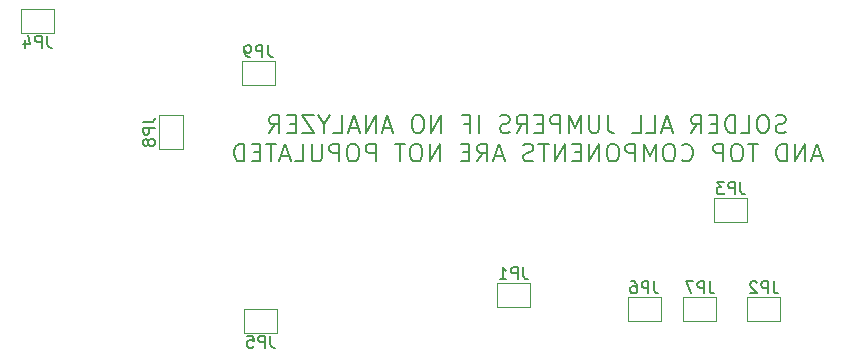
<source format=gbr>
%TF.GenerationSoftware,KiCad,Pcbnew,(6.0.7)*%
%TF.CreationDate,2023-11-11T13:33:03-06:00*%
%TF.ProjectId,Male ECU Connector,4d616c65-2045-4435-9520-436f6e6e6563,rev?*%
%TF.SameCoordinates,Original*%
%TF.FileFunction,Legend,Bot*%
%TF.FilePolarity,Positive*%
%FSLAX46Y46*%
G04 Gerber Fmt 4.6, Leading zero omitted, Abs format (unit mm)*
G04 Created by KiCad (PCBNEW (6.0.7)) date 2023-11-11 13:33:03*
%MOMM*%
%LPD*%
G01*
G04 APERTURE LIST*
%ADD10C,0.200000*%
%ADD11C,0.150000*%
%ADD12C,0.120000*%
G04 APERTURE END LIST*
D10*
X179857142Y-84399642D02*
X179642857Y-84471071D01*
X179285714Y-84471071D01*
X179142857Y-84399642D01*
X179071428Y-84328214D01*
X179000000Y-84185357D01*
X179000000Y-84042500D01*
X179071428Y-83899642D01*
X179142857Y-83828214D01*
X179285714Y-83756785D01*
X179571428Y-83685357D01*
X179714285Y-83613928D01*
X179785714Y-83542500D01*
X179857142Y-83399642D01*
X179857142Y-83256785D01*
X179785714Y-83113928D01*
X179714285Y-83042500D01*
X179571428Y-82971071D01*
X179214285Y-82971071D01*
X179000000Y-83042500D01*
X178071428Y-82971071D02*
X177785714Y-82971071D01*
X177642857Y-83042500D01*
X177500000Y-83185357D01*
X177428571Y-83471071D01*
X177428571Y-83971071D01*
X177500000Y-84256785D01*
X177642857Y-84399642D01*
X177785714Y-84471071D01*
X178071428Y-84471071D01*
X178214285Y-84399642D01*
X178357142Y-84256785D01*
X178428571Y-83971071D01*
X178428571Y-83471071D01*
X178357142Y-83185357D01*
X178214285Y-83042500D01*
X178071428Y-82971071D01*
X176071428Y-84471071D02*
X176785714Y-84471071D01*
X176785714Y-82971071D01*
X175571428Y-84471071D02*
X175571428Y-82971071D01*
X175214285Y-82971071D01*
X175000000Y-83042500D01*
X174857142Y-83185357D01*
X174785714Y-83328214D01*
X174714285Y-83613928D01*
X174714285Y-83828214D01*
X174785714Y-84113928D01*
X174857142Y-84256785D01*
X175000000Y-84399642D01*
X175214285Y-84471071D01*
X175571428Y-84471071D01*
X174071428Y-83685357D02*
X173571428Y-83685357D01*
X173357142Y-84471071D02*
X174071428Y-84471071D01*
X174071428Y-82971071D01*
X173357142Y-82971071D01*
X171857142Y-84471071D02*
X172357142Y-83756785D01*
X172714285Y-84471071D02*
X172714285Y-82971071D01*
X172142857Y-82971071D01*
X172000000Y-83042500D01*
X171928571Y-83113928D01*
X171857142Y-83256785D01*
X171857142Y-83471071D01*
X171928571Y-83613928D01*
X172000000Y-83685357D01*
X172142857Y-83756785D01*
X172714285Y-83756785D01*
X170142857Y-84042500D02*
X169428571Y-84042500D01*
X170285714Y-84471071D02*
X169785714Y-82971071D01*
X169285714Y-84471071D01*
X168071428Y-84471071D02*
X168785714Y-84471071D01*
X168785714Y-82971071D01*
X166857142Y-84471071D02*
X167571428Y-84471071D01*
X167571428Y-82971071D01*
X164785714Y-82971071D02*
X164785714Y-84042500D01*
X164857142Y-84256785D01*
X165000000Y-84399642D01*
X165214285Y-84471071D01*
X165357142Y-84471071D01*
X164071428Y-82971071D02*
X164071428Y-84185357D01*
X164000000Y-84328214D01*
X163928571Y-84399642D01*
X163785714Y-84471071D01*
X163500000Y-84471071D01*
X163357142Y-84399642D01*
X163285714Y-84328214D01*
X163214285Y-84185357D01*
X163214285Y-82971071D01*
X162500000Y-84471071D02*
X162500000Y-82971071D01*
X162000000Y-84042500D01*
X161500000Y-82971071D01*
X161500000Y-84471071D01*
X160785714Y-84471071D02*
X160785714Y-82971071D01*
X160214285Y-82971071D01*
X160071428Y-83042500D01*
X160000000Y-83113928D01*
X159928571Y-83256785D01*
X159928571Y-83471071D01*
X160000000Y-83613928D01*
X160071428Y-83685357D01*
X160214285Y-83756785D01*
X160785714Y-83756785D01*
X159285714Y-83685357D02*
X158785714Y-83685357D01*
X158571428Y-84471071D02*
X159285714Y-84471071D01*
X159285714Y-82971071D01*
X158571428Y-82971071D01*
X157071428Y-84471071D02*
X157571428Y-83756785D01*
X157928571Y-84471071D02*
X157928571Y-82971071D01*
X157357142Y-82971071D01*
X157214285Y-83042500D01*
X157142857Y-83113928D01*
X157071428Y-83256785D01*
X157071428Y-83471071D01*
X157142857Y-83613928D01*
X157214285Y-83685357D01*
X157357142Y-83756785D01*
X157928571Y-83756785D01*
X156500000Y-84399642D02*
X156285714Y-84471071D01*
X155928571Y-84471071D01*
X155785714Y-84399642D01*
X155714285Y-84328214D01*
X155642857Y-84185357D01*
X155642857Y-84042500D01*
X155714285Y-83899642D01*
X155785714Y-83828214D01*
X155928571Y-83756785D01*
X156214285Y-83685357D01*
X156357142Y-83613928D01*
X156428571Y-83542500D01*
X156500000Y-83399642D01*
X156500000Y-83256785D01*
X156428571Y-83113928D01*
X156357142Y-83042500D01*
X156214285Y-82971071D01*
X155857142Y-82971071D01*
X155642857Y-83042500D01*
X153857142Y-84471071D02*
X153857142Y-82971071D01*
X152642857Y-83685357D02*
X153142857Y-83685357D01*
X153142857Y-84471071D02*
X153142857Y-82971071D01*
X152428571Y-82971071D01*
X150714285Y-84471071D02*
X150714285Y-82971071D01*
X149857142Y-84471071D01*
X149857142Y-82971071D01*
X148857142Y-82971071D02*
X148571428Y-82971071D01*
X148428571Y-83042500D01*
X148285714Y-83185357D01*
X148214285Y-83471071D01*
X148214285Y-83971071D01*
X148285714Y-84256785D01*
X148428571Y-84399642D01*
X148571428Y-84471071D01*
X148857142Y-84471071D01*
X149000000Y-84399642D01*
X149142857Y-84256785D01*
X149214285Y-83971071D01*
X149214285Y-83471071D01*
X149142857Y-83185357D01*
X149000000Y-83042500D01*
X148857142Y-82971071D01*
X146500000Y-84042500D02*
X145785714Y-84042500D01*
X146642857Y-84471071D02*
X146142857Y-82971071D01*
X145642857Y-84471071D01*
X145142857Y-84471071D02*
X145142857Y-82971071D01*
X144285714Y-84471071D01*
X144285714Y-82971071D01*
X143642857Y-84042500D02*
X142928571Y-84042500D01*
X143785714Y-84471071D02*
X143285714Y-82971071D01*
X142785714Y-84471071D01*
X141571428Y-84471071D02*
X142285714Y-84471071D01*
X142285714Y-82971071D01*
X140785714Y-83756785D02*
X140785714Y-84471071D01*
X141285714Y-82971071D02*
X140785714Y-83756785D01*
X140285714Y-82971071D01*
X139928571Y-82971071D02*
X138928571Y-82971071D01*
X139928571Y-84471071D01*
X138928571Y-84471071D01*
X138357142Y-83685357D02*
X137857142Y-83685357D01*
X137642857Y-84471071D02*
X138357142Y-84471071D01*
X138357142Y-82971071D01*
X137642857Y-82971071D01*
X136142857Y-84471071D02*
X136642857Y-83756785D01*
X137000000Y-84471071D02*
X137000000Y-82971071D01*
X136428571Y-82971071D01*
X136285714Y-83042500D01*
X136214285Y-83113928D01*
X136142857Y-83256785D01*
X136142857Y-83471071D01*
X136214285Y-83613928D01*
X136285714Y-83685357D01*
X136428571Y-83756785D01*
X137000000Y-83756785D01*
X182857142Y-86457500D02*
X182142857Y-86457500D01*
X183000000Y-86886071D02*
X182500000Y-85386071D01*
X182000000Y-86886071D01*
X181500000Y-86886071D02*
X181500000Y-85386071D01*
X180642857Y-86886071D01*
X180642857Y-85386071D01*
X179928571Y-86886071D02*
X179928571Y-85386071D01*
X179571428Y-85386071D01*
X179357142Y-85457500D01*
X179214285Y-85600357D01*
X179142857Y-85743214D01*
X179071428Y-86028928D01*
X179071428Y-86243214D01*
X179142857Y-86528928D01*
X179214285Y-86671785D01*
X179357142Y-86814642D01*
X179571428Y-86886071D01*
X179928571Y-86886071D01*
X177500000Y-85386071D02*
X176642857Y-85386071D01*
X177071428Y-86886071D02*
X177071428Y-85386071D01*
X175857142Y-85386071D02*
X175571428Y-85386071D01*
X175428571Y-85457500D01*
X175285714Y-85600357D01*
X175214285Y-85886071D01*
X175214285Y-86386071D01*
X175285714Y-86671785D01*
X175428571Y-86814642D01*
X175571428Y-86886071D01*
X175857142Y-86886071D01*
X176000000Y-86814642D01*
X176142857Y-86671785D01*
X176214285Y-86386071D01*
X176214285Y-85886071D01*
X176142857Y-85600357D01*
X176000000Y-85457500D01*
X175857142Y-85386071D01*
X174571428Y-86886071D02*
X174571428Y-85386071D01*
X174000000Y-85386071D01*
X173857142Y-85457500D01*
X173785714Y-85528928D01*
X173714285Y-85671785D01*
X173714285Y-85886071D01*
X173785714Y-86028928D01*
X173857142Y-86100357D01*
X174000000Y-86171785D01*
X174571428Y-86171785D01*
X171071428Y-86743214D02*
X171142857Y-86814642D01*
X171357142Y-86886071D01*
X171500000Y-86886071D01*
X171714285Y-86814642D01*
X171857142Y-86671785D01*
X171928571Y-86528928D01*
X172000000Y-86243214D01*
X172000000Y-86028928D01*
X171928571Y-85743214D01*
X171857142Y-85600357D01*
X171714285Y-85457500D01*
X171500000Y-85386071D01*
X171357142Y-85386071D01*
X171142857Y-85457500D01*
X171071428Y-85528928D01*
X170142857Y-85386071D02*
X169857142Y-85386071D01*
X169714285Y-85457500D01*
X169571428Y-85600357D01*
X169500000Y-85886071D01*
X169500000Y-86386071D01*
X169571428Y-86671785D01*
X169714285Y-86814642D01*
X169857142Y-86886071D01*
X170142857Y-86886071D01*
X170285714Y-86814642D01*
X170428571Y-86671785D01*
X170500000Y-86386071D01*
X170500000Y-85886071D01*
X170428571Y-85600357D01*
X170285714Y-85457500D01*
X170142857Y-85386071D01*
X168857142Y-86886071D02*
X168857142Y-85386071D01*
X168357142Y-86457500D01*
X167857142Y-85386071D01*
X167857142Y-86886071D01*
X167142857Y-86886071D02*
X167142857Y-85386071D01*
X166571428Y-85386071D01*
X166428571Y-85457500D01*
X166357142Y-85528928D01*
X166285714Y-85671785D01*
X166285714Y-85886071D01*
X166357142Y-86028928D01*
X166428571Y-86100357D01*
X166571428Y-86171785D01*
X167142857Y-86171785D01*
X165357142Y-85386071D02*
X165071428Y-85386071D01*
X164928571Y-85457500D01*
X164785714Y-85600357D01*
X164714285Y-85886071D01*
X164714285Y-86386071D01*
X164785714Y-86671785D01*
X164928571Y-86814642D01*
X165071428Y-86886071D01*
X165357142Y-86886071D01*
X165500000Y-86814642D01*
X165642857Y-86671785D01*
X165714285Y-86386071D01*
X165714285Y-85886071D01*
X165642857Y-85600357D01*
X165500000Y-85457500D01*
X165357142Y-85386071D01*
X164071428Y-86886071D02*
X164071428Y-85386071D01*
X163214285Y-86886071D01*
X163214285Y-85386071D01*
X162500000Y-86100357D02*
X162000000Y-86100357D01*
X161785714Y-86886071D02*
X162500000Y-86886071D01*
X162500000Y-85386071D01*
X161785714Y-85386071D01*
X161142857Y-86886071D02*
X161142857Y-85386071D01*
X160285714Y-86886071D01*
X160285714Y-85386071D01*
X159785714Y-85386071D02*
X158928571Y-85386071D01*
X159357142Y-86886071D02*
X159357142Y-85386071D01*
X158500000Y-86814642D02*
X158285714Y-86886071D01*
X157928571Y-86886071D01*
X157785714Y-86814642D01*
X157714285Y-86743214D01*
X157642857Y-86600357D01*
X157642857Y-86457500D01*
X157714285Y-86314642D01*
X157785714Y-86243214D01*
X157928571Y-86171785D01*
X158214285Y-86100357D01*
X158357142Y-86028928D01*
X158428571Y-85957500D01*
X158500000Y-85814642D01*
X158500000Y-85671785D01*
X158428571Y-85528928D01*
X158357142Y-85457500D01*
X158214285Y-85386071D01*
X157857142Y-85386071D01*
X157642857Y-85457500D01*
X155928571Y-86457500D02*
X155214285Y-86457500D01*
X156071428Y-86886071D02*
X155571428Y-85386071D01*
X155071428Y-86886071D01*
X153714285Y-86886071D02*
X154214285Y-86171785D01*
X154571428Y-86886071D02*
X154571428Y-85386071D01*
X154000000Y-85386071D01*
X153857142Y-85457500D01*
X153785714Y-85528928D01*
X153714285Y-85671785D01*
X153714285Y-85886071D01*
X153785714Y-86028928D01*
X153857142Y-86100357D01*
X154000000Y-86171785D01*
X154571428Y-86171785D01*
X153071428Y-86100357D02*
X152571428Y-86100357D01*
X152357142Y-86886071D02*
X153071428Y-86886071D01*
X153071428Y-85386071D01*
X152357142Y-85386071D01*
X150571428Y-86886071D02*
X150571428Y-85386071D01*
X149714285Y-86886071D01*
X149714285Y-85386071D01*
X148714285Y-85386071D02*
X148428571Y-85386071D01*
X148285714Y-85457500D01*
X148142857Y-85600357D01*
X148071428Y-85886071D01*
X148071428Y-86386071D01*
X148142857Y-86671785D01*
X148285714Y-86814642D01*
X148428571Y-86886071D01*
X148714285Y-86886071D01*
X148857142Y-86814642D01*
X149000000Y-86671785D01*
X149071428Y-86386071D01*
X149071428Y-85886071D01*
X149000000Y-85600357D01*
X148857142Y-85457500D01*
X148714285Y-85386071D01*
X147642857Y-85386071D02*
X146785714Y-85386071D01*
X147214285Y-86886071D02*
X147214285Y-85386071D01*
X145142857Y-86886071D02*
X145142857Y-85386071D01*
X144571428Y-85386071D01*
X144428571Y-85457500D01*
X144357142Y-85528928D01*
X144285714Y-85671785D01*
X144285714Y-85886071D01*
X144357142Y-86028928D01*
X144428571Y-86100357D01*
X144571428Y-86171785D01*
X145142857Y-86171785D01*
X143357142Y-85386071D02*
X143071428Y-85386071D01*
X142928571Y-85457500D01*
X142785714Y-85600357D01*
X142714285Y-85886071D01*
X142714285Y-86386071D01*
X142785714Y-86671785D01*
X142928571Y-86814642D01*
X143071428Y-86886071D01*
X143357142Y-86886071D01*
X143500000Y-86814642D01*
X143642857Y-86671785D01*
X143714285Y-86386071D01*
X143714285Y-85886071D01*
X143642857Y-85600357D01*
X143500000Y-85457500D01*
X143357142Y-85386071D01*
X142071428Y-86886071D02*
X142071428Y-85386071D01*
X141500000Y-85386071D01*
X141357142Y-85457500D01*
X141285714Y-85528928D01*
X141214285Y-85671785D01*
X141214285Y-85886071D01*
X141285714Y-86028928D01*
X141357142Y-86100357D01*
X141500000Y-86171785D01*
X142071428Y-86171785D01*
X140571428Y-85386071D02*
X140571428Y-86600357D01*
X140500000Y-86743214D01*
X140428571Y-86814642D01*
X140285714Y-86886071D01*
X140000000Y-86886071D01*
X139857142Y-86814642D01*
X139785714Y-86743214D01*
X139714285Y-86600357D01*
X139714285Y-85386071D01*
X138285714Y-86886071D02*
X139000000Y-86886071D01*
X139000000Y-85386071D01*
X137857142Y-86457500D02*
X137142857Y-86457500D01*
X138000000Y-86886071D02*
X137500000Y-85386071D01*
X137000000Y-86886071D01*
X136714285Y-85386071D02*
X135857142Y-85386071D01*
X136285714Y-86886071D02*
X136285714Y-85386071D01*
X135357142Y-86100357D02*
X134857142Y-86100357D01*
X134642857Y-86886071D02*
X135357142Y-86886071D01*
X135357142Y-85386071D01*
X134642857Y-85386071D01*
X134000000Y-86886071D02*
X134000000Y-85386071D01*
X133642857Y-85386071D01*
X133428571Y-85457500D01*
X133285714Y-85600357D01*
X133214285Y-85743214D01*
X133142857Y-86028928D01*
X133142857Y-86243214D01*
X133214285Y-86528928D01*
X133285714Y-86671785D01*
X133428571Y-86814642D01*
X133642857Y-86886071D01*
X134000000Y-86886071D01*
D11*
%TO.C,JP7*%
X173433333Y-97052380D02*
X173433333Y-97766666D01*
X173480952Y-97909523D01*
X173576190Y-98004761D01*
X173719047Y-98052380D01*
X173814285Y-98052380D01*
X172957142Y-98052380D02*
X172957142Y-97052380D01*
X172576190Y-97052380D01*
X172480952Y-97100000D01*
X172433333Y-97147619D01*
X172385714Y-97242857D01*
X172385714Y-97385714D01*
X172433333Y-97480952D01*
X172480952Y-97528571D01*
X172576190Y-97576190D01*
X172957142Y-97576190D01*
X172052380Y-97052380D02*
X171385714Y-97052380D01*
X171814285Y-98052380D01*
%TO.C,JP8*%
X125452380Y-83566666D02*
X126166666Y-83566666D01*
X126309523Y-83519047D01*
X126404761Y-83423809D01*
X126452380Y-83280952D01*
X126452380Y-83185714D01*
X126452380Y-84042857D02*
X125452380Y-84042857D01*
X125452380Y-84423809D01*
X125500000Y-84519047D01*
X125547619Y-84566666D01*
X125642857Y-84614285D01*
X125785714Y-84614285D01*
X125880952Y-84566666D01*
X125928571Y-84519047D01*
X125976190Y-84423809D01*
X125976190Y-84042857D01*
X125880952Y-85185714D02*
X125833333Y-85090476D01*
X125785714Y-85042857D01*
X125690476Y-84995238D01*
X125642857Y-84995238D01*
X125547619Y-85042857D01*
X125500000Y-85090476D01*
X125452380Y-85185714D01*
X125452380Y-85376190D01*
X125500000Y-85471428D01*
X125547619Y-85519047D01*
X125642857Y-85566666D01*
X125690476Y-85566666D01*
X125785714Y-85519047D01*
X125833333Y-85471428D01*
X125880952Y-85376190D01*
X125880952Y-85185714D01*
X125928571Y-85090476D01*
X125976190Y-85042857D01*
X126071428Y-84995238D01*
X126261904Y-84995238D01*
X126357142Y-85042857D01*
X126404761Y-85090476D01*
X126452380Y-85185714D01*
X126452380Y-85376190D01*
X126404761Y-85471428D01*
X126357142Y-85519047D01*
X126261904Y-85566666D01*
X126071428Y-85566666D01*
X125976190Y-85519047D01*
X125928571Y-85471428D01*
X125880952Y-85376190D01*
%TO.C,JP5*%
X136233333Y-101652380D02*
X136233333Y-102366666D01*
X136280952Y-102509523D01*
X136376190Y-102604761D01*
X136519047Y-102652380D01*
X136614285Y-102652380D01*
X135757142Y-102652380D02*
X135757142Y-101652380D01*
X135376190Y-101652380D01*
X135280952Y-101700000D01*
X135233333Y-101747619D01*
X135185714Y-101842857D01*
X135185714Y-101985714D01*
X135233333Y-102080952D01*
X135280952Y-102128571D01*
X135376190Y-102176190D01*
X135757142Y-102176190D01*
X134280952Y-101652380D02*
X134757142Y-101652380D01*
X134804761Y-102128571D01*
X134757142Y-102080952D01*
X134661904Y-102033333D01*
X134423809Y-102033333D01*
X134328571Y-102080952D01*
X134280952Y-102128571D01*
X134233333Y-102223809D01*
X134233333Y-102461904D01*
X134280952Y-102557142D01*
X134328571Y-102604761D01*
X134423809Y-102652380D01*
X134661904Y-102652380D01*
X134757142Y-102604761D01*
X134804761Y-102557142D01*
%TO.C,JP2*%
X178833333Y-97052380D02*
X178833333Y-97766666D01*
X178880952Y-97909523D01*
X178976190Y-98004761D01*
X179119047Y-98052380D01*
X179214285Y-98052380D01*
X178357142Y-98052380D02*
X178357142Y-97052380D01*
X177976190Y-97052380D01*
X177880952Y-97100000D01*
X177833333Y-97147619D01*
X177785714Y-97242857D01*
X177785714Y-97385714D01*
X177833333Y-97480952D01*
X177880952Y-97528571D01*
X177976190Y-97576190D01*
X178357142Y-97576190D01*
X177404761Y-97147619D02*
X177357142Y-97100000D01*
X177261904Y-97052380D01*
X177023809Y-97052380D01*
X176928571Y-97100000D01*
X176880952Y-97147619D01*
X176833333Y-97242857D01*
X176833333Y-97338095D01*
X176880952Y-97480952D01*
X177452380Y-98052380D01*
X176833333Y-98052380D01*
%TO.C,JP4*%
X117333333Y-76252380D02*
X117333333Y-76966666D01*
X117380952Y-77109523D01*
X117476190Y-77204761D01*
X117619047Y-77252380D01*
X117714285Y-77252380D01*
X116857142Y-77252380D02*
X116857142Y-76252380D01*
X116476190Y-76252380D01*
X116380952Y-76300000D01*
X116333333Y-76347619D01*
X116285714Y-76442857D01*
X116285714Y-76585714D01*
X116333333Y-76680952D01*
X116380952Y-76728571D01*
X116476190Y-76776190D01*
X116857142Y-76776190D01*
X115428571Y-76585714D02*
X115428571Y-77252380D01*
X115666666Y-76204761D02*
X115904761Y-76919047D01*
X115285714Y-76919047D01*
%TO.C,JP9*%
X136033333Y-77052380D02*
X136033333Y-77766666D01*
X136080952Y-77909523D01*
X136176190Y-78004761D01*
X136319047Y-78052380D01*
X136414285Y-78052380D01*
X135557142Y-78052380D02*
X135557142Y-77052380D01*
X135176190Y-77052380D01*
X135080952Y-77100000D01*
X135033333Y-77147619D01*
X134985714Y-77242857D01*
X134985714Y-77385714D01*
X135033333Y-77480952D01*
X135080952Y-77528571D01*
X135176190Y-77576190D01*
X135557142Y-77576190D01*
X134509523Y-78052380D02*
X134319047Y-78052380D01*
X134223809Y-78004761D01*
X134176190Y-77957142D01*
X134080952Y-77814285D01*
X134033333Y-77623809D01*
X134033333Y-77242857D01*
X134080952Y-77147619D01*
X134128571Y-77100000D01*
X134223809Y-77052380D01*
X134414285Y-77052380D01*
X134509523Y-77100000D01*
X134557142Y-77147619D01*
X134604761Y-77242857D01*
X134604761Y-77480952D01*
X134557142Y-77576190D01*
X134509523Y-77623809D01*
X134414285Y-77671428D01*
X134223809Y-77671428D01*
X134128571Y-77623809D01*
X134080952Y-77576190D01*
X134033333Y-77480952D01*
%TO.C,JP6*%
X168708333Y-97052380D02*
X168708333Y-97766666D01*
X168755952Y-97909523D01*
X168851190Y-98004761D01*
X168994047Y-98052380D01*
X169089285Y-98052380D01*
X168232142Y-98052380D02*
X168232142Y-97052380D01*
X167851190Y-97052380D01*
X167755952Y-97100000D01*
X167708333Y-97147619D01*
X167660714Y-97242857D01*
X167660714Y-97385714D01*
X167708333Y-97480952D01*
X167755952Y-97528571D01*
X167851190Y-97576190D01*
X168232142Y-97576190D01*
X166803571Y-97052380D02*
X166994047Y-97052380D01*
X167089285Y-97100000D01*
X167136904Y-97147619D01*
X167232142Y-97290476D01*
X167279761Y-97480952D01*
X167279761Y-97861904D01*
X167232142Y-97957142D01*
X167184523Y-98004761D01*
X167089285Y-98052380D01*
X166898809Y-98052380D01*
X166803571Y-98004761D01*
X166755952Y-97957142D01*
X166708333Y-97861904D01*
X166708333Y-97623809D01*
X166755952Y-97528571D01*
X166803571Y-97480952D01*
X166898809Y-97433333D01*
X167089285Y-97433333D01*
X167184523Y-97480952D01*
X167232142Y-97528571D01*
X167279761Y-97623809D01*
%TO.C,JP3*%
X176033333Y-88652380D02*
X176033333Y-89366666D01*
X176080952Y-89509523D01*
X176176190Y-89604761D01*
X176319047Y-89652380D01*
X176414285Y-89652380D01*
X175557142Y-89652380D02*
X175557142Y-88652380D01*
X175176190Y-88652380D01*
X175080952Y-88700000D01*
X175033333Y-88747619D01*
X174985714Y-88842857D01*
X174985714Y-88985714D01*
X175033333Y-89080952D01*
X175080952Y-89128571D01*
X175176190Y-89176190D01*
X175557142Y-89176190D01*
X174652380Y-88652380D02*
X174033333Y-88652380D01*
X174366666Y-89033333D01*
X174223809Y-89033333D01*
X174128571Y-89080952D01*
X174080952Y-89128571D01*
X174033333Y-89223809D01*
X174033333Y-89461904D01*
X174080952Y-89557142D01*
X174128571Y-89604761D01*
X174223809Y-89652380D01*
X174509523Y-89652380D01*
X174604761Y-89604761D01*
X174652380Y-89557142D01*
%TO.C,JP1*%
X157633333Y-95852380D02*
X157633333Y-96566666D01*
X157680952Y-96709523D01*
X157776190Y-96804761D01*
X157919047Y-96852380D01*
X158014285Y-96852380D01*
X157157142Y-96852380D02*
X157157142Y-95852380D01*
X156776190Y-95852380D01*
X156680952Y-95900000D01*
X156633333Y-95947619D01*
X156585714Y-96042857D01*
X156585714Y-96185714D01*
X156633333Y-96280952D01*
X156680952Y-96328571D01*
X156776190Y-96376190D01*
X157157142Y-96376190D01*
X155633333Y-96852380D02*
X156204761Y-96852380D01*
X155919047Y-96852380D02*
X155919047Y-95852380D01*
X156014285Y-95995238D01*
X156109523Y-96090476D01*
X156204761Y-96138095D01*
D12*
%TO.C,JP7*%
X174000000Y-98400000D02*
X171200000Y-98400000D01*
X174000000Y-100400000D02*
X174000000Y-98400000D01*
X171200000Y-98400000D02*
X171200000Y-100400000D01*
X171200000Y-100400000D02*
X174000000Y-100400000D01*
%TO.C,JP8*%
X128800000Y-85800000D02*
X128800000Y-83000000D01*
X128800000Y-83000000D02*
X126800000Y-83000000D01*
X126800000Y-83000000D02*
X126800000Y-85800000D01*
X126800000Y-85800000D02*
X128800000Y-85800000D01*
%TO.C,JP5*%
X136800000Y-101400000D02*
X136800000Y-99400000D01*
X136800000Y-99400000D02*
X134000000Y-99400000D01*
X134000000Y-99400000D02*
X134000000Y-101400000D01*
X134000000Y-101400000D02*
X136800000Y-101400000D01*
%TO.C,JP2*%
X176600000Y-98400000D02*
X176600000Y-100400000D01*
X179400000Y-100400000D02*
X179400000Y-98400000D01*
X176600000Y-100400000D02*
X179400000Y-100400000D01*
X179400000Y-98400000D02*
X176600000Y-98400000D01*
%TO.C,JP4*%
X115100000Y-74000000D02*
X115100000Y-76000000D01*
X115100000Y-76000000D02*
X117900000Y-76000000D01*
X117900000Y-76000000D02*
X117900000Y-74000000D01*
X117900000Y-74000000D02*
X115100000Y-74000000D01*
%TO.C,JP9*%
X136600000Y-80400000D02*
X136600000Y-78400000D01*
X136600000Y-78400000D02*
X133800000Y-78400000D01*
X133800000Y-78400000D02*
X133800000Y-80400000D01*
X133800000Y-80400000D02*
X136600000Y-80400000D01*
%TO.C,JP6*%
X166475000Y-98400000D02*
X166475000Y-100400000D01*
X166475000Y-100400000D02*
X169275000Y-100400000D01*
X169275000Y-98400000D02*
X166475000Y-98400000D01*
X169275000Y-100400000D02*
X169275000Y-98400000D01*
%TO.C,JP3*%
X173800000Y-92000000D02*
X176600000Y-92000000D01*
X176600000Y-92000000D02*
X176600000Y-90000000D01*
X176600000Y-90000000D02*
X173800000Y-90000000D01*
X173800000Y-90000000D02*
X173800000Y-92000000D01*
%TO.C,JP1*%
X158200000Y-97200000D02*
X155400000Y-97200000D01*
X155400000Y-99200000D02*
X158200000Y-99200000D01*
X158200000Y-99200000D02*
X158200000Y-97200000D01*
X155400000Y-97200000D02*
X155400000Y-99200000D01*
%TD*%
M02*

</source>
